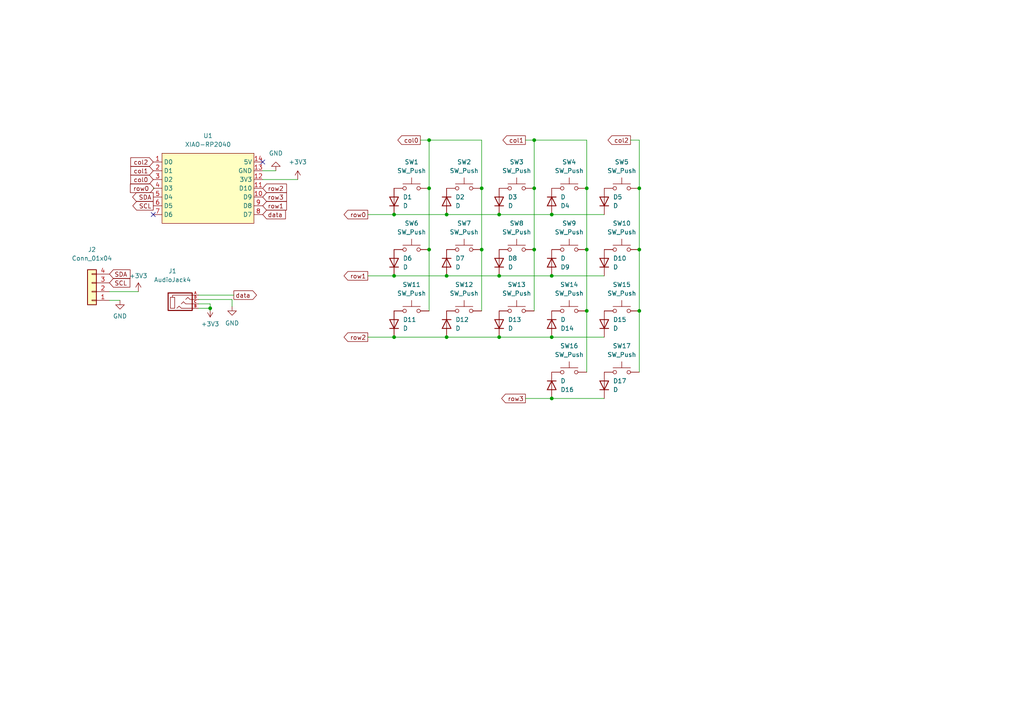
<source format=kicad_sch>
(kicad_sch (version 20211123) (generator eeschema)
  (paper "A4")
  (lib_symbols
    (symbol "Connector_Generic:Conn_01x04" (pin_names (offset 1.016) hide)
      (property "Reference" "J" (at 0 5.08 0))
      (property "Value" "Conn_01x04" (at 0 -7.62 0))
      (symbol "Conn_01x04_1_1"
        (rectangle (start -1.27 -4.953) (end 0 -5.207) (stroke (width 0.1524)))
        (rectangle (start -1.27 -2.413) (end 0 -2.667) (stroke (width 0.1524)))
        (rectangle (start -1.27 0.127) (end 0 -0.127) (stroke (width 0.1524)))
        (rectangle (start -1.27 2.667) (end 0 2.413) (stroke (width 0.1524)))
        (rectangle (start -1.27 3.81) (end 1.27 -6.35) (stroke (width 0.254)) (fill (type background)))
        (pin passive line (at -5.08 2.54 0) (length 3.81) (name "Pin_1") (number "1"))
        (pin passive line (at -5.08 0 0) (length 3.81) (name "Pin_2") (number "2"))
        (pin passive line (at -5.08 -2.54 0) (length 3.81) (name "Pin_3") (number "3"))
        (pin passive line (at -5.08 -5.08 0) (length 3.81) (name "Pin_4") (number "4"))
      )
    )
    (symbol "Device:D" (pin_numbers hide) (pin_names (offset 1.016) hide)
      (property "Reference" "D" (at 0 2.54 0))
      (property "Value" "D" (at 0 -2.54 0))
      (symbol "D_0_1"
        (polyline (pts (xy -1.27 1.27) (xy -1.27 -1.27)) (stroke (width 0.254)))
        (polyline (pts (xy 1.27 0) (xy -1.27 0)))
        (polyline (pts (xy 1.27 1.27) (xy 1.27 -1.27) (xy -1.27 0) (xy 1.27 1.27)) (stroke (width 0.254)))
      )
      (symbol "D_1_1"
        (pin passive line (at -3.81 0 0) (length 2.54) (name "K") (number "1"))
        (pin passive line (at 3.81 0 180) (length 2.54) (name "A") (number "2"))
      )
    )
    (symbol "Switch:SW_Push" (pin_numbers hide) (pin_names (offset 1.016) hide)
      (property "Reference" "SW" (at 1.27 2.54 0))
      (property "Value" "SW_Push" (at 0 -1.524 0))
      (symbol "SW_Push_0_1"
        (circle (center -2.032 0) (radius 0.508))
        (polyline (pts (xy 0 1.27) (xy 0 3.048)))
        (polyline (pts (xy 2.54 1.27) (xy -2.54 1.27)))
        (circle (center 2.032 0) (radius 0.508))
        (pin passive line (at -5.08 0 0) (length 2.54) (name "1") (number "1"))
        (pin passive line (at 5.08 0 180) (length 2.54) (name "2") (number "2"))
      )
    )
    (symbol "kbd:MJ-4PP-9" (pin_names (offset 1.016))
      (property "Reference" "J" (at 0 3.81 0))
      (property "Value" "MJ-4PP-9" (at 0 -3.81 0))
      (symbol "MJ-4PP-9_0_1"
        (rectangle (start -1.905 -1.905) (end -3.175 1.27))
        (polyline (pts (xy -2.54 1.27) (xy -2.54 1.905) (xy 3.175 1.905)))
        (polyline (pts (xy -1.27 -1.905) (xy -0.635 -1.27) (xy 0 -1.905) (xy 3.175 -1.905)))
        (polyline (pts (xy 0 -0.635) (xy 0.635 0) (xy 1.27 -0.635) (xy 3.175 -0.635)))
        (polyline (pts (xy 1.27 0.635) (xy 1.905 1.27) (xy 2.54 0.635) (xy 3.175 0.635)))
        (rectangle (start 3.175 2.54) (end -3.81 -2.54) (stroke (width 0.3048)))
      )
      (symbol "MJ-4PP-9_1_1"
        (pin input line (at 5.08 1.905 180) (length 2.0066) (name "~") (number "A"))
        (pin input line (at 5.08 -1.905 180) (length 2.0066) (name "~") (number "B"))
        (pin input line (at 5.08 -0.635 180) (length 2.0066) (name "~") (number "C"))
        (pin input line (at 5.08 0.635 180) (length 2.0066) (name "~") (number "D"))
      )
    )
    (symbol "power:+3V3" (power) (pin_names (offset 0))
      (property "Value" "+3V3" (at 0 3.556 0))
      (symbol "+3V3_0_1"
        (polyline (pts (xy -0.762 1.27) (xy 0 2.54)))
        (polyline (pts (xy 0 0) (xy 0 2.54)))
        (polyline (pts (xy 0 2.54) (xy 0.762 1.27)))
      )
      (symbol "+3V3_1_1"
        (pin power_in line (at 0 0 90) (length 0) hide (name "+3V3") (number "1"))
      )
    )
    (symbol "power:GND" (power) (pin_names (offset 0))
      (property "Value" "GND" (at 0 -3.81 0))
      (symbol "GND_0_1"
        (polyline (pts (xy 0 0) (xy 0 -1.27) (xy 1.27 -1.27) (xy 0 -2.54) (xy -1.27 -1.27) (xy 0 -1.27)))
      )
      (symbol "GND_1_1"
        (pin power_in line (at 0 0 270) (length 0) hide (name "GND") (number "1"))
      )
    )
    (symbol "selen:XIAO-RP2040"
      (property "Reference" "U" (at 0 0 0))
      (property "Value" "XIAO-RP2040" (at 6.35 5.08 0))
      (symbol "XIAO-RP2040_0_1"
        (rectangle (start -5.08 13.97) (end 21.59 -6.35) (fill (type background)))
      )
      (symbol "XIAO-RP2040_1_1"
        (pin bidirectional line (at -7.62 11.43 0) (length 2.54) (name "D0") (number "1"))
        (pin bidirectional line (at 24.13 1.27 180) (length 2.54) (name "D9") (number "10"))
        (pin bidirectional line (at 24.13 3.81 180) (length 2.54) (name "D10") (number "11"))
        (pin power_in line (at 24.13 6.35 180) (length 2.54) (name "3V3") (number "12"))
        (pin power_in line (at 24.13 8.89 180) (length 2.54) (name "GND") (number "13"))
        (pin power_in line (at 24.13 11.43 180) (length 2.54) (name "5V") (number "14"))
        (pin bidirectional line (at -7.62 8.89 0) (length 2.54) (name "D1") (number "2"))
        (pin bidirectional line (at -7.62 6.35 0) (length 2.54) (name "D2") (number "3"))
        (pin bidirectional line (at -7.62 3.81 0) (length 2.54) (name "D3") (number "4"))
        (pin bidirectional line (at -7.62 1.27 0) (length 2.54) (name "D4") (number "5"))
        (pin bidirectional line (at -7.62 -1.27 0) (length 2.54) (name "D5") (number "6"))
        (pin bidirectional line (at -7.62 -3.81 0) (length 2.54) (name "D6") (number "7"))
        (pin bidirectional line (at 24.13 -3.81 180) (length 2.54) (name "D7") (number "8"))
        (pin bidirectional line (at 24.13 -1.27 180) (length 2.54) (name "D8") (number "9"))
      )
    )
  )
  (junction (at 144.78 97.79))
  (junction (at 144.78 62.23))
  (junction (at 154.94 54.61))
  (junction (at 185.42 90.17))
  (junction (at 160.02 62.23))
  (junction (at 170.18 72.39))
  (junction (at 129.54 97.79))
  (junction (at 139.7 72.39))
  (junction (at 124.46 72.39))
  (junction (at 139.7 54.61))
  (junction (at 114.3 62.23))
  (junction (at 154.94 72.39))
  (junction (at 129.54 62.23))
  (junction (at 114.3 80.01))
  (junction (at 144.78 80.01))
  (junction (at 124.46 40.64))
  (junction (at 160.02 97.79))
  (junction (at 114.3 97.79))
  (junction (at 170.18 54.61))
  (junction (at 154.94 40.64))
  (junction (at 129.54 80.01))
  (junction (at 185.42 54.61))
  (junction (at 170.18 90.17))
  (junction (at 160.02 80.01))
  (junction (at 160.02 115.57))
  (junction (at 185.42 72.39))
  (junction (at 124.46 54.61))
  (junction (at 60.96 89.408))
  (no_connect (at 44.45 62.23))
  (no_connect (at 76.2 46.99))
  (wire (pts (xy 170.18 54.61) (xy 170.18 72.39)))
  (wire (pts (xy 160.02 62.23) (xy 175.26 62.23)))
  (wire (pts (xy 182.88 40.64) (xy 185.42 40.64)))
  (wire (pts (xy 31.75 84.582) (xy 40.132 84.582)))
  (wire (pts (xy 76.2 52.07) (xy 86.36 52.07)))
  (wire (pts (xy 57.658 88.138) (xy 60.96 88.138)))
  (wire (pts (xy 139.7 40.64) (xy 139.7 54.61)))
  (wire (pts (xy 114.3 97.79) (xy 129.54 97.79)))
  (wire (pts (xy 154.94 72.39) (xy 154.94 90.17)))
  (wire (pts (xy 160.02 115.57) (xy 175.26 115.57)))
  (wire (pts (xy 144.78 62.23) (xy 160.02 62.23)))
  (wire (pts (xy 185.42 72.39) (xy 185.42 90.17)))
  (wire (pts (xy 124.46 40.64) (xy 124.46 54.61)))
  (wire (pts (xy 114.3 62.23) (xy 129.54 62.23)))
  (wire (pts (xy 154.94 40.64) (xy 170.18 40.64)))
  (wire (pts (xy 185.42 54.61) (xy 185.42 72.39)))
  (wire (pts (xy 31.75 87.122) (xy 34.798 87.122)))
  (wire (pts (xy 170.18 72.39) (xy 170.18 90.17)))
  (wire (pts (xy 129.54 62.23) (xy 144.78 62.23)))
  (wire (pts (xy 106.68 62.23) (xy 114.3 62.23)))
  (wire (pts (xy 106.68 97.79) (xy 114.3 97.79)))
  (wire (pts (xy 139.7 72.39) (xy 139.7 90.17)))
  (wire (pts (xy 152.4 115.57) (xy 160.02 115.57)))
  (wire (pts (xy 114.3 80.01) (xy 129.54 80.01)))
  (wire (pts (xy 144.78 97.79) (xy 160.02 97.79)))
  (wire (pts (xy 124.46 40.64) (xy 139.7 40.64)))
  (wire (pts (xy 170.18 90.17) (xy 170.18 107.95)))
  (wire (pts (xy 106.68 80.01) (xy 114.3 80.01)))
  (wire (pts (xy 57.658 86.868) (xy 67.31 86.868)))
  (wire (pts (xy 44.704 54.61) (xy 44.45 54.61)))
  (wire (pts (xy 57.658 89.408) (xy 60.96 89.408)))
  (wire (pts (xy 76.2 49.53) (xy 80.01 49.53)))
  (wire (pts (xy 124.46 54.61) (xy 124.46 72.39)))
  (wire (pts (xy 185.42 90.17) (xy 185.42 107.95)))
  (wire (pts (xy 160.02 80.01) (xy 175.26 80.01)))
  (wire (pts (xy 129.54 80.01) (xy 144.78 80.01)))
  (wire (pts (xy 185.42 40.64) (xy 185.42 54.61)))
  (wire (pts (xy 121.92 40.64) (xy 124.46 40.64)))
  (wire (pts (xy 57.658 85.598) (xy 67.818 85.598)))
  (wire (pts (xy 60.96 89.408) (xy 60.96 90.17)))
  (wire (pts (xy 170.18 40.64) (xy 170.18 54.61)))
  (wire (pts (xy 67.31 86.868) (xy 67.31 88.9)))
  (wire (pts (xy 129.54 97.79) (xy 144.78 97.79)))
  (wire (pts (xy 139.7 54.61) (xy 139.7 72.39)))
  (wire (pts (xy 124.46 72.39) (xy 124.46 90.17)))
  (wire (pts (xy 154.94 40.64) (xy 154.94 54.61)))
  (wire (pts (xy 144.78 80.01) (xy 160.02 80.01)))
  (wire (pts (xy 160.02 97.79) (xy 175.26 97.79)))
  (wire (pts (xy 154.94 54.61) (xy 154.94 72.39)))
  (wire (pts (xy 60.96 88.138) (xy 60.96 89.408)))
  (wire (pts (xy 152.4 40.64) (xy 154.94 40.64)))
  (global_label "row2" (shape input) (at 76.2 54.61 0) (property "シート間のリファレンス" "${INTERSHEET_REFS}" (effects hide)))
  (global_label "row3" (shape output) (at 152.4 115.57 180) (property "シート間のリファレンス" "${INTERSHEET_REFS}" (effects hide)))
  (global_label "row0" (shape input) (at 44.704 54.61 180) (property "シート間のリファレンス" "${INTERSHEET_REFS}" (effects hide)))
  (global_label "SCL" (shape output) (at 44.45 59.69 180) (property "シート間のリファレンス" "${INTERSHEET_REFS}" (effects hide)))
  (global_label "col0" (shape input) (at 44.45 52.07 180) (property "シート間のリファレンス" "${INTERSHEET_REFS}" (effects hide)))
  (global_label "row3" (shape input) (at 76.2 57.15 0) (property "シート間のリファレンス" "${INTERSHEET_REFS}" (effects hide)))
  (global_label "row0" (shape output) (at 106.68 62.23 180) (property "シート間のリファレンス" "${INTERSHEET_REFS}" (effects hide)))
  (global_label "SDA" (shape input) (at 31.75 79.502 0) (property "シート間のリファレンス" "${INTERSHEET_REFS}" (effects hide)))
  (global_label "col1" (shape output) (at 152.4 40.64 180) (property "シート間のリファレンス" "${INTERSHEET_REFS}" (effects hide)))
  (global_label "data" (shape input) (at 76.2 62.23 0) (property "シート間のリファレンス" "${INTERSHEET_REFS}" (effects hide)))
  (global_label "col1" (shape input) (at 44.45 49.53 180) (property "シート間のリファレンス" "${INTERSHEET_REFS}" (effects hide)))
  (global_label "SCL" (shape input) (at 31.75 82.042 0) (property "シート間のリファレンス" "${INTERSHEET_REFS}" (effects hide)))
  (global_label "col2" (shape input) (at 44.45 46.99 180) (property "シート間のリファレンス" "${INTERSHEET_REFS}" (effects hide)))
  (global_label "data" (shape output) (at 67.818 85.598 0) (property "シート間のリファレンス" "${INTERSHEET_REFS}" (effects hide)))
  (global_label "col0" (shape output) (at 121.92 40.64 180) (property "シート間のリファレンス" "${INTERSHEET_REFS}" (effects hide)))
  (global_label "row2" (shape output) (at 106.68 97.79 180) (property "シート間のリファレンス" "${INTERSHEET_REFS}" (effects hide)))
  (global_label "row1" (shape output) (at 106.68 80.01 180) (property "シート間のリファレンス" "${INTERSHEET_REFS}" (effects hide)))
  (global_label "col2" (shape output) (at 182.88 40.64 180) (property "シート間のリファレンス" "${INTERSHEET_REFS}" (effects hide)))
  (global_label "SDA" (shape output) (at 44.45 57.15 180) (property "シート間のリファレンス" "${INTERSHEET_REFS}" (effects hide)))
  (global_label "row1" (shape input) (at 76.2 59.69 0) (property "シート間のリファレンス" "${INTERSHEET_REFS}" (effects hide)))
  (symbol (lib_id "Device:D") (at 144.78 93.98 90) (unit 1)
    (property "Reference" "D13" (at 147.32 92.7099 90) (effects (justify right)))
    (property "Value" "D" (at 147.32 95.2499 90) (effects (justify right)))
    (property "Footprint" "selen:D_SOD-123_axial" (effects hide))
  )
  (symbol (lib_id "Switch:SW_Push") (at 119.38 72.39 0) (mirror y) (unit 1)
    (property "Reference" "SW6" (at 119.38 64.77 0))
    (property "Value" "SW_Push" (at 119.38 67.31 0))
    (property "Footprint" "kbd:CherryMX_Choc_Hotswap" (effects hide))
  )
  (symbol (lib_id "power:GND") (at 67.31 88.9 0) (unit 1)
    (property "Reference" "#PWR03" (effects hide))
    (property "Value" "GND" (at 67.31 93.726 0))
  )
  (symbol (lib_id "Device:D") (at 175.26 111.76 90) (unit 1)
    (property "Reference" "D17" (at 177.8 110.4899 90) (effects (justify right)))
    (property "Value" "D" (at 177.8 113.0299 90) (effects (justify right)))
    (property "Footprint" "selen:D_SOD-123_axial" (effects hide))
  )
  (symbol (lib_id "Switch:SW_Push") (at 149.86 90.17 0) (mirror y) (unit 1)
    (property "Reference" "SW13" (at 149.86 82.55 0))
    (property "Value" "SW_Push" (at 149.86 85.09 0))
    (property "Footprint" "kbd:CherryMX_Choc_Hotswap" (effects hide))
  )
  (symbol (lib_id "Switch:SW_Push") (at 165.1 54.61 0) (mirror y) (unit 1)
    (property "Reference" "SW4" (at 165.1 46.99 0))
    (property "Value" "SW_Push" (at 165.1 49.53 0))
    (property "Footprint" "kbd:CherryMX_Choc_Hotswap" (effects hide))
  )
  (symbol (lib_id "Device:D") (at 175.26 58.42 90) (unit 1)
    (property "Reference" "D5" (at 177.8 57.1499 90) (effects (justify right)))
    (property "Value" "D" (at 177.8 59.6899 90) (effects (justify right)))
    (property "Footprint" "selen:D_SOD-123_axial" (effects hide))
  )
  (symbol (lib_id "Switch:SW_Push") (at 165.1 90.17 0) (mirror y) (unit 1)
    (property "Reference" "SW14" (at 165.1 82.55 0))
    (property "Value" "SW_Push" (at 165.1 85.09 0))
    (property "Footprint" "kbd:CherryMX_Choc_Hotswap" (effects hide))
  )
  (symbol (lib_id "kbd:MJ-4PP-9") (at 52.578 87.503 0) (unit 1)
    (property "Reference" "J1" (at 50.038 78.613 0))
    (property "Value" "AudioJack4" (at 50.038 81.153 0))
    (property "Footprint" "kbd:MJ-4PP-9" (effects hide))
  )
  (symbol (lib_id "Switch:SW_Push") (at 134.62 54.61 0) (mirror y) (unit 1)
    (property "Reference" "SW2" (at 134.62 46.99 0))
    (property "Value" "SW_Push" (at 134.62 49.53 0))
    (property "Footprint" "kbd:CherryMX_Choc_Hotswap" (effects hide))
  )
  (symbol (lib_id "Switch:SW_Push") (at 165.1 107.95 0) (mirror y) (unit 1)
    (property "Reference" "SW16" (at 165.1 100.33 0))
    (property "Value" "SW_Push" (at 165.1 102.87 0))
    (property "Footprint" "kbd:CherryMX_Choc_Hotswap" (effects hide))
  )
  (symbol (lib_id "Device:D") (at 129.54 93.98 90) (mirror x) (unit 1)
    (property "Reference" "D12" (at 132.08 92.7099 90) (effects (justify right)))
    (property "Value" "D" (at 132.08 95.2499 90) (effects (justify right)))
    (property "Footprint" "selen:D_SOD-123_axial" (effects hide))
  )
  (symbol (lib_id "Device:D") (at 160.02 76.2 90) (mirror x) (unit 1)
    (property "Reference" "D9" (at 162.56 77.4701 90) (effects (justify right)))
    (property "Value" "D" (at 162.56 74.9301 90) (effects (justify right)))
    (property "Footprint" "selen:D_SOD-123_axial" (effects hide))
  )
  (symbol (lib_id "Switch:SW_Push") (at 149.86 54.61 0) (mirror y) (unit 1)
    (property "Reference" "SW3" (at 149.86 46.99 0))
    (property "Value" "SW_Push" (at 149.86 49.53 0))
    (property "Footprint" "kbd:CherryMX_Choc_Hotswap" (effects hide))
  )
  (symbol (lib_id "Device:D") (at 175.26 76.2 90) (unit 1)
    (property "Reference" "D10" (at 177.8 74.9299 90) (effects (justify right)))
    (property "Value" "D" (at 177.8 77.4699 90) (effects (justify right)))
    (property "Footprint" "selen:D_SOD-123_axial" (effects hide))
  )
  (symbol (lib_id "Device:D") (at 114.3 93.98 90) (unit 1)
    (property "Reference" "D11" (at 116.84 92.7099 90) (effects (justify right)))
    (property "Value" "D" (at 116.84 95.2499 90) (effects (justify right)))
    (property "Footprint" "selen:D_SOD-123_axial" (effects hide))
  )
  (symbol (lib_id "Device:D") (at 160.02 93.98 90) (mirror x) (unit 1)
    (property "Reference" "D14" (at 162.56 95.2501 90) (effects (justify right)))
    (property "Value" "D" (at 162.56 92.7101 90) (effects (justify right)))
    (property "Footprint" "selen:D_SOD-123_axial" (effects hide))
  )
  (symbol (lib_id "power:GND") (at 34.798 87.122 0) (unit 1)
    (property "Reference" "#PWR?" (effects hide))
    (property "Value" "GND" (at 34.798 91.694 0))
  )
  (symbol (lib_id "Switch:SW_Push") (at 180.34 54.61 0) (mirror y) (unit 1)
    (property "Reference" "SW5" (at 180.34 46.99 0))
    (property "Value" "SW_Push" (at 180.34 49.53 0))
    (property "Footprint" "kbd:CherryMX_Choc_Hotswap" (effects hide))
  )
  (symbol (lib_id "power:GND") (at 80.01 49.53 0) (mirror x) (unit 1)
    (property "Reference" "#PWR01" (effects hide))
    (property "Value" "GND" (at 80.01 44.45 0))
  )
  (symbol (lib_id "Switch:SW_Push") (at 180.34 90.17 0) (mirror y) (unit 1)
    (property "Reference" "SW15" (at 180.34 82.55 0))
    (property "Value" "SW_Push" (at 180.34 85.09 0))
    (property "Footprint" "kbd:CherryMX_Choc_Hotswap" (effects hide))
  )
  (symbol (lib_id "Switch:SW_Push") (at 180.34 107.95 0) (mirror y) (unit 1)
    (property "Reference" "SW17" (at 180.34 100.33 0))
    (property "Value" "SW_Push" (at 180.34 102.87 0))
    (property "Footprint" "kbd:CherryMX_Choc_Hotswap" (effects hide))
  )
  (symbol (lib_id "Device:D") (at 144.78 58.42 90) (unit 1)
    (property "Reference" "D3" (at 147.32 57.1499 90) (effects (justify right)))
    (property "Value" "D" (at 147.32 59.6899 90) (effects (justify right)))
    (property "Footprint" "selen:D_SOD-123_axial" (effects hide))
  )
  (symbol (lib_id "Switch:SW_Push") (at 180.34 72.39 0) (mirror y) (unit 1)
    (property "Reference" "SW10" (at 180.34 64.77 0))
    (property "Value" "SW_Push" (at 180.34 67.31 0))
    (property "Footprint" "kbd:CherryMX_Choc_Hotswap" (effects hide))
  )
  (symbol (lib_id "Device:D") (at 114.3 76.2 90) (unit 1)
    (property "Reference" "D6" (at 116.84 74.9299 90) (effects (justify right)))
    (property "Value" "D" (at 116.84 77.4699 90) (effects (justify right)))
    (property "Footprint" "selen:D_SOD-123_axial" (effects hide))
  )
  (symbol (lib_id "power:+3V3") (at 86.36 52.07 0) (unit 1)
    (property "Reference" "#PWR02" (effects hide))
    (property "Value" "+3V3" (at 86.36 46.99 0))
  )
  (symbol (lib_id "Switch:SW_Push") (at 134.62 72.39 0) (mirror y) (unit 1)
    (property "Reference" "SW7" (at 134.62 64.77 0))
    (property "Value" "SW_Push" (at 134.62 67.31 0))
    (property "Footprint" "kbd:CherryMX_Choc_Hotswap" (effects hide))
  )
  (symbol (lib_id "Device:D") (at 160.02 111.76 90) (mirror x) (unit 1)
    (property "Reference" "D16" (at 162.56 113.0301 90) (effects (justify right)))
    (property "Value" "D" (at 162.56 110.4901 90) (effects (justify right)))
    (property "Footprint" "selen:D_SOD-123_axial" (effects hide))
  )
  (symbol (lib_id "Switch:SW_Push") (at 165.1 72.39 0) (mirror y) (unit 1)
    (property "Reference" "SW9" (at 165.1 64.77 0))
    (property "Value" "SW_Push" (at 165.1 67.31 0))
    (property "Footprint" "kbd:CherryMX_Choc_Hotswap" (effects hide))
  )
  (symbol (lib_id "selen:XIAO-RP2040") (at 52.07 58.42 0) (unit 1)
    (property "Reference" "U1" (at 60.325 39.37 0))
    (property "Value" "XIAO-RP2040" (at 60.325 41.91 0))
    (property "Footprint" "selen:XIAO-MOUDLE14P-2.54-21X17.8MM_SMD_reversible" (effects hide))
  )
  (symbol (lib_id "Switch:SW_Push") (at 134.62 90.17 0) (mirror y) (unit 1)
    (property "Reference" "SW12" (at 134.62 82.55 0))
    (property "Value" "SW_Push" (at 134.62 85.09 0))
    (property "Footprint" "kbd:CherryMX_Choc_Hotswap" (effects hide))
  )
  (symbol (lib_id "Device:D") (at 129.54 76.2 90) (mirror x) (unit 1)
    (property "Reference" "D7" (at 132.08 74.9299 90) (effects (justify right)))
    (property "Value" "D" (at 132.08 77.4699 90) (effects (justify right)))
    (property "Footprint" "selen:D_SOD-123_axial" (effects hide))
  )
  (symbol (lib_id "Device:D") (at 114.3 58.42 90) (unit 1)
    (property "Reference" "D1" (at 116.84 57.1499 90) (effects (justify right)))
    (property "Value" "D" (at 116.84 59.6899 90) (effects (justify right)))
    (property "Footprint" "selen:D_SOD-123_axial" (effects hide))
  )
  (symbol (lib_id "Device:D") (at 175.26 93.98 90) (unit 1)
    (property "Reference" "D15" (at 177.8 92.7099 90) (effects (justify right)))
    (property "Value" "D" (at 177.8 95.2499 90) (effects (justify right)))
    (property "Footprint" "selen:D_SOD-123_axial" (effects hide))
  )
  (symbol (lib_id "Switch:SW_Push") (at 149.86 72.39 0) (mirror y) (unit 1)
    (property "Reference" "SW8" (at 149.86 64.77 0))
    (property "Value" "SW_Push" (at 149.86 67.31 0))
    (property "Footprint" "kbd:CherryMX_Choc_Hotswap" (effects hide))
  )
  (symbol (lib_id "Switch:SW_Push") (at 119.38 90.17 0) (mirror y) (unit 1)
    (property "Reference" "SW11" (at 119.38 82.55 0))
    (property "Value" "SW_Push" (at 119.38 85.09 0))
    (property "Footprint" "kbd:CherryMX_Choc_Hotswap" (effects hide))
  )
  (symbol (lib_id "Device:D") (at 129.54 58.42 90) (mirror x) (unit 1)
    (property "Reference" "D2" (at 132.08 57.1499 90) (effects (justify right)))
    (property "Value" "D" (at 132.08 59.6899 90) (effects (justify right)))
    (property "Footprint" "selen:D_SOD-123_axial" (effects hide))
  )
  (symbol (lib_id "Switch:SW_Push") (at 119.38 54.61 0) (mirror y) (unit 1)
    (property "Reference" "SW1" (at 119.38 46.99 0))
    (property "Value" "SW_Push" (at 119.38 49.53 0))
    (property "Footprint" "kbd:CherryMX_Choc_Hotswap" (effects hide))
  )
  (symbol (lib_id "power:+3V3") (at 40.132 84.582 0) (unit 1)
    (property "Reference" "#PWR?" (effects hide))
    (property "Value" "+3V3" (at 40.132 80.01 0))
  )
  (symbol (lib_id "Connector_Generic:Conn_01x04") (at 26.67 84.582 180) (unit 1)
    (property "Reference" "J2" (at 26.67 72.39 0))
    (property "Value" "Conn_01x04" (at 26.67 74.93 0))
    (property "Footprint" "selen:PinHeader_1x04_P2.54mm_Vertical axial right" (effects hide))
  )
  (symbol (lib_id "Device:D") (at 144.78 76.2 90) (unit 1)
    (property "Reference" "D8" (at 147.32 74.9299 90) (effects (justify right)))
    (property "Value" "D" (at 147.32 77.4699 90) (effects (justify right)))
    (property "Footprint" "selen:D_SOD-123_axial" (effects hide))
  )
  (symbol (lib_id "power:+3V3") (at 60.96 89.408 0) (mirror x) (unit 1)
    (property "Reference" "#PWR04" (effects hide))
    (property "Value" "+3V3" (at 60.96 93.98 0))
  )
  (symbol (lib_id "Device:D") (at 160.02 58.42 90) (mirror x) (unit 1)
    (property "Reference" "D4" (at 162.56 59.6901 90) (effects (justify right)))
    (property "Value" "D" (at 162.56 57.1501 90) (effects (justify right)))
    (property "Footprint" "selen:D_SOD-123_axial" (effects hide))
  )
)
</source>
